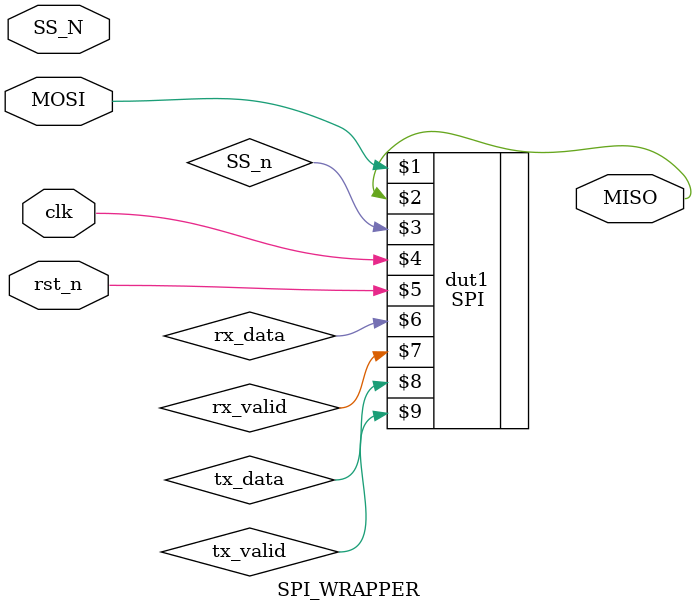
<source format=v>
module SPI_WRAPPER(MOSI,MISO,SS_N,clk,rst_n);

input MOSI,SS_N,clk,rst_n;
output MISO;

wire rx_data,rx_valid,tx_data,tx_valid;

SPI dut1(MOSI,MISO,SS_n,clk,rst_n,rx_data,rx_valid,tx_data,tx_valid);

endmodule
</source>
